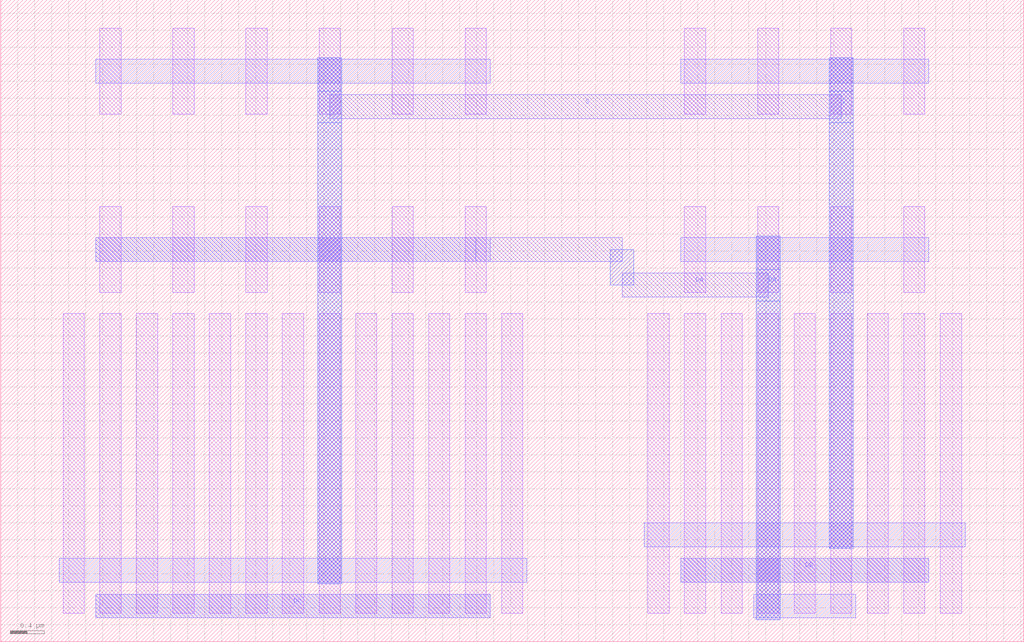
<source format=lef>
MACRO CMB_PMOS_2_81333957
  ORIGIN 0 0 ;
  FOREIGN CMB_PMOS_2_81333957 0 0 ;
  SIZE 12.04 BY 7.56 ;
  PIN DA
    DIRECTION INOUT ;
    USE SIGNAL ;
    PORT 
      LAYER M2 ;
        RECT 1.12 4.48 5.76 4.76 ;
      LAYER M3 ;
        RECT 8.89 0.26 9.17 4.78 ;
      LAYER M2 ;
        RECT 5.59 4.48 7.31 4.76 ;
      LAYER M3 ;
        RECT 7.17 4.2 7.45 4.62 ;
      LAYER M2 ;
        RECT 7.31 4.06 9.03 4.34 ;
      LAYER M3 ;
        RECT 8.89 4.015 9.17 4.385 ;
    END
  END DA
  PIN DB
    DIRECTION INOUT ;
    USE SIGNAL ;
    PORT 
      LAYER M2 ;
        RECT 8 0.7 10.92 0.98 ;
    END
  END DB
  PIN S
    DIRECTION INOUT ;
    USE SIGNAL ;
    PORT 
      LAYER M3 ;
        RECT 3.73 0.68 4.01 6.88 ;
      LAYER M3 ;
        RECT 9.75 1.1 10.03 6.88 ;
      LAYER M3 ;
        RECT 3.73 6.115 4.01 6.485 ;
      LAYER M2 ;
        RECT 3.87 6.16 9.89 6.44 ;
      LAYER M3 ;
        RECT 9.75 6.115 10.03 6.485 ;
    END
  END S
  PIN DC
    DIRECTION INOUT ;
    USE SIGNAL ;
    PORT 
      LAYER M2 ;
        RECT 1.12 0.28 5.76 0.56 ;
    END
  END DC
  OBS 
  LAYER M1 ;
        RECT 8.045 0.335 8.295 3.865 ;
  LAYER M1 ;
        RECT 8.045 4.115 8.295 5.125 ;
  LAYER M1 ;
        RECT 8.045 6.215 8.295 7.225 ;
  LAYER M1 ;
        RECT 7.615 0.335 7.865 3.865 ;
  LAYER M1 ;
        RECT 8.475 0.335 8.725 3.865 ;
  LAYER M1 ;
        RECT 8.905 0.335 9.155 3.865 ;
  LAYER M1 ;
        RECT 8.905 4.115 9.155 5.125 ;
  LAYER M1 ;
        RECT 8.905 6.215 9.155 7.225 ;
  LAYER M1 ;
        RECT 9.335 0.335 9.585 3.865 ;
  LAYER M1 ;
        RECT 9.765 0.335 10.015 3.865 ;
  LAYER M1 ;
        RECT 9.765 4.115 10.015 5.125 ;
  LAYER M1 ;
        RECT 9.765 6.215 10.015 7.225 ;
  LAYER M1 ;
        RECT 10.195 0.335 10.445 3.865 ;
  LAYER M1 ;
        RECT 10.625 0.335 10.875 3.865 ;
  LAYER M1 ;
        RECT 10.625 4.115 10.875 5.125 ;
  LAYER M1 ;
        RECT 10.625 6.215 10.875 7.225 ;
  LAYER M1 ;
        RECT 11.055 0.335 11.305 3.865 ;
  LAYER M2 ;
        RECT 8.86 0.28 10.06 0.56 ;
  LAYER M2 ;
        RECT 8 4.48 10.92 4.76 ;
  LAYER M2 ;
        RECT 8 6.58 10.92 6.86 ;
  LAYER M2 ;
        RECT 7.57 1.12 11.35 1.4 ;
  LAYER M3 ;
        RECT 8.89 0.26 9.17 4.78 ;
  LAYER M2 ;
        RECT 8 0.7 10.92 0.98 ;
  LAYER M3 ;
        RECT 9.75 1.1 10.03 6.88 ;
  LAYER M1 ;
        RECT 1.165 0.335 1.415 3.865 ;
  LAYER M1 ;
        RECT 1.165 4.115 1.415 5.125 ;
  LAYER M1 ;
        RECT 1.165 6.215 1.415 7.225 ;
  LAYER M1 ;
        RECT 0.735 0.335 0.985 3.865 ;
  LAYER M1 ;
        RECT 1.595 0.335 1.845 3.865 ;
  LAYER M1 ;
        RECT 2.025 0.335 2.275 3.865 ;
  LAYER M1 ;
        RECT 2.025 4.115 2.275 5.125 ;
  LAYER M1 ;
        RECT 2.025 6.215 2.275 7.225 ;
  LAYER M1 ;
        RECT 2.455 0.335 2.705 3.865 ;
  LAYER M1 ;
        RECT 2.885 0.335 3.135 3.865 ;
  LAYER M1 ;
        RECT 2.885 4.115 3.135 5.125 ;
  LAYER M1 ;
        RECT 2.885 6.215 3.135 7.225 ;
  LAYER M1 ;
        RECT 3.315 0.335 3.565 3.865 ;
  LAYER M1 ;
        RECT 3.745 0.335 3.995 3.865 ;
  LAYER M1 ;
        RECT 3.745 4.115 3.995 5.125 ;
  LAYER M1 ;
        RECT 3.745 6.215 3.995 7.225 ;
  LAYER M1 ;
        RECT 4.175 0.335 4.425 3.865 ;
  LAYER M1 ;
        RECT 4.605 0.335 4.855 3.865 ;
  LAYER M1 ;
        RECT 4.605 4.115 4.855 5.125 ;
  LAYER M1 ;
        RECT 4.605 6.215 4.855 7.225 ;
  LAYER M1 ;
        RECT 5.035 0.335 5.285 3.865 ;
  LAYER M1 ;
        RECT 5.465 0.335 5.715 3.865 ;
  LAYER M1 ;
        RECT 5.465 4.115 5.715 5.125 ;
  LAYER M1 ;
        RECT 5.465 6.215 5.715 7.225 ;
  LAYER M1 ;
        RECT 5.895 0.335 6.145 3.865 ;
  LAYER M2 ;
        RECT 1.12 6.58 5.76 6.86 ;
  LAYER M2 ;
        RECT 0.69 0.7 6.19 0.98 ;
  LAYER M2 ;
        RECT 1.12 0.28 5.76 0.56 ;
  LAYER M2 ;
        RECT 1.12 4.48 5.76 4.76 ;
  LAYER M3 ;
        RECT 3.73 0.68 4.01 6.88 ;
  END 
END CMB_PMOS_2_81333957

</source>
